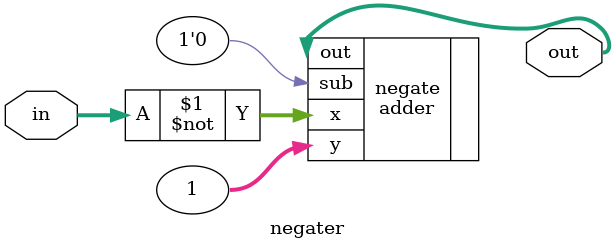
<source format=v>
module multdiv(data_operandA, data_operandB, ctrl_MULT, ctrl_DIV, clock, data_result, data_exception, data_resultRDY);
    input [31:0] data_operandA, data_operandB;
    input ctrl_MULT, ctrl_DIV, clock;

    output [31:0] data_result;
    output data_exception, data_resultRDY;

	 wire isMult;
	 wire isDiv;
	 dffe_ref isMult_dff(.q(isMult), .d(ctrl_MULT), .clk(clock), .en(ctrl_MULT | ctrl_DIV), .clr(1'b0));
	 dffe_ref isDiv_dff(.q(isDiv), .d(ctrl_DIV), .clk(clock), .en(ctrl_MULT | ctrl_DIV));
	 
	 wire ovf, zero, mult_rdy, div_rdy, isDivByZero;
	 dffe_ref zero_dff(.q(isDivByZero), .d(zero), .clk(clock), .en(ctrl_DIV));
	 
	 nor isZero(zero, data_operandB[0], data_operandB[1], data_operandB[2], data_operandB[3], data_operandB[4], data_operandB[5], data_operandB[6], data_operandB[7], data_operandB[8], data_operandB[9],
	 data_operandB[10], data_operandB[11], data_operandB[12], data_operandB[13], data_operandB[4], data_operandB[15], data_operandB[16], data_operandB[17], data_operandB[18], data_operandB[19],
	 data_operandB[20], data_operandB[21], data_operandB[22], data_operandB[23], data_operandB[24], data_operandB[25], data_operandB[26], data_operandB[27], data_operandB[28], data_operandB[29],
	 data_operandB[30], data_operandB[31]);
	 
	 wire [31:0] mult_result, div_result_pos;
	 multiplier mult(.multplcd(data_operandA), .multplr(data_operandB), .start(ctrl_MULT), .clk(clock), .F_READY(mult_rdy), .overflow(ovf), .result(mult_result));
	
	 wire [31:0] data_operandA_div, data_operandB_div, data_operandA_neg, data_operandB_neg;
	 negater neg_A(data_operandA, data_operandA_neg);
	 negater neg_B(data_operandB, data_operandB_neg);
	 mux_2to1_32bit mux_div_A(.a(data_operandA), .b(data_operandA_neg), .sel(data_operandA[31]), .out(data_operandA_div));
	 mux_2to1_32bit mux_div_B(.a(data_operandB), .b(data_operandB_neg), .sel(data_operandB[31]), .out(data_operandB_div));
	 
	 divider div(.divisor(data_operandB_div), .dividend(data_operandA_div), .start(ctrl_DIV), .clk(clock), .F_READY(div_rdy), .result(div_result_pos));
	 wire [31:0] div_result_neg, div_result, div_result_final;
	 negater neg_div_result(div_result_pos, div_result_neg);
	 wire div_result_sign, div_result_sign_final;
	 xor div_sign(div_result_sign, data_operandA[31], data_operandB[31]);
	 dffe_ref div_sign_dff(.q(div_result_sign_final), .d(div_result_sign), .clk(clock), .en(ctrl_DIV));
	 mux_2to1_32bit mux_div_res(.a(div_result_pos), .b(div_result_neg), .sel(div_result_sign_final), .out(div_result));
	 mux_2to1_32bit mux_div_res_zero(.a(div_result), .b(32'b0), .sel(isDivByZero), .out(div_result_final));

	 wire data_resultRDY_intermediate;
	 mux_2to1_32bit mux_result(.a(div_result_final), .b(mult_result), .sel(isMult), .out(data_result));
	 mux_2to1_1bit mux_rdy(.a(div_rdy), .b(mult_rdy), .sel(isMult), .out(data_resultRDY_intermediate));
	 assign data_resultRDY = (isMult | isDiv) ? (data_resultRDY_intermediate) : (1'b0);
	 assign data_exception = (isMult & ovf) | (isDiv & zero);
	 
endmodule

module mux_2to1_32bit(a, b, sel, out);
	
	input [31:0] a, b;
	input sel;
	output [31:0] out;
	
	genvar i;
	generate
		for (i=0; i<32; i=i+1) begin: mux_32
			mux_2to1_1bit mux_bitwise(.a(a[i]), .b(b[i]), .sel(sel), .out(out[i]));
		end
	endgenerate

endmodule

module multiplier(multplcd, multplr, start, clk, F_READY, overflow, result);
	
	input [31:0] multplcd, multplr;
	input start, clk;
	output F_READY, overflow;
	output [31:0] result;
	
	wire [31:0] wprod_1_in_after_mux;
	wire [31:0] wprod_2_in_beforeshift;
	wire [31:0] wprod_1_in, wprod_2_in;
	wire [31:0] wprod_1_out, wprod_2_out;
	
	// read in the values
	wire [31:0] multplcd_readout;
	reg_32 multplcd_readin(.in(multplcd), .out(multplcd_readout), .write_enable(start), .clk(clk), .reset(1'b0));
	
	wire same_sign;
	dffe_ref ovf_shift_same_sign(.q(same_sign), .d((multplcd[31] & multplr[31]) | ((~multplcd[31]) & (~multplr[31]))), .clk(clk), .en(start), .clr(1'b0));
	
	wire isZero_multiplicand, isZero_multiplier;
	wire isZero_multiplicand_in, isZero_multiplier_in;
	
	nor zero_cand(isZero_multiplicand_in, multplcd[0], multplcd[1], multplcd[2], multplcd[3], multplcd[4], multplcd[5], multplcd[6], multplcd[7], multplcd[8], multplcd[9],
	 multplcd[10], multplcd[11], multplcd[12], multplcd[13], multplcd[4], multplcd[15], multplcd[16], multplcd[17], multplcd[18], multplcd[19],
	 multplcd[20], multplcd[21], multplcd[22], multplcd[23], multplcd[24], multplcd[25], multplcd[26], multplcd[27], multplcd[28], multplcd[29],
	 multplcd[30], multplcd[31]);
	 
	 nor zero_plier(isZero_multiplier_in, multplr[0], multplr[1], multplr[2], multplr[3], multplr[4], multplr[5], multplr[6], multplr[7], multplr[8], multplr[9],
	 multplr[10], multplr[11], multplr[12], multplr[13], multplr[4], multplr[15], multplr[16], multplr[17], multplr[18], multplr[19],
	 multplr[20], multplr[21], multplr[22], multplr[23], multplr[24], multplr[25], multplr[26], multplr[27], multplr[28], multplr[29],
	 multplr[30], multplr[31]);
	 
	 dffe_ref zero_dff_cand(.q(isZero_multiplicand), .d(isZero_multiplicand_in), .clk(clk), .en(start), .clr(1'b0));
	 dffe_ref zero_dff_lier(.q(isZero_multiplier), .d(isZero_multiplier_in), .clk(clk), .en(start), .clr(1'b0));
	
	// choose between initial value and intermediate value
	// wire [31:0] wprod_1_in_after_mux;
	mux_2to1_32bit mux_readin(.a(wprod_1_in), .b(multplr), .sel(start), .out(wprod_1_in_after_mux));
	
	reg_32 product_1(.in(wprod_1_in_after_mux), .out(wprod_1_out), .write_enable(1'b1), .clk(clk), .reset(1'b0));
	reg_32 product_2(.in(wprod_2_in), .out(wprod_2_out), .write_enable(1'b1), .clk(clk), .reset(start));
	
	wire isShift;
	
	wire signed [31:0] wmultiplcd, wmultiplcd_shifted;
	assign wmultiplcd = multplcd_readout;
	assign wmultiplcd_shifted = multplcd_readout<<1;
	
	wire overflow_shift, overflow_shift_temp;
	dffe_ref ovf_shift_dff(.q(overflow_shift), .d(1'b1), .clk(clk), .en(overflow_shift_temp), .clr(start));
	assign overflow_shift_temp = isShift & ((wmultiplcd[31] & (~wmultiplcd_shifted[31])) | ((~wmultiplcd[31]) & wmultiplcd_shifted[31]));
	
	// choose between multiplicand and shifted multiplicand
	wire [31:0] addsub_operand1_pos;

	mux_2to1_32bit mux_shift_multiplcd(.a(wmultiplcd), .b(wmultiplcd_shifted), .sel(isShift), .out(addsub_operand1_pos));
	
	// choose between neg and pos operand
	wire [31:0] addsub_operand1_neg, addsub_operand1;
	wire isSub;
	assign addsub_operand1_neg = ~addsub_operand1_pos;
	mux_2to1_32bit mux_sign(.a(addsub_operand1_pos), .b(addsub_operand1_neg), .sel(isSub), .out(addsub_operand1));
	
	// add/sub
	wire [31:0] addsub_result;
	adder addsub(.x(wprod_2_out), .y(addsub_operand1), .sub(isSub), .out(addsub_result));
	
	wire overflow_addsub, overflow_addsub_temp;
	dffe_ref ovf_addsub_dff(.q(overflow_addsub), .d(1'b1), .clk(clk), .en(overflow_addsub_temp), .clr(start));
	
	// choose between addsub and unchanged result
	wire isUnChange;
	mux_2to1_32bit mux_change(.a(addsub_result), .b(wprod_2_out), .sel(isUnChange), .out(wprod_2_in_beforeshift));

	assign overflow_addsub_temp = (~isUnChange) & ((isSub & (((~wprod_2_out[31]) & addsub_operand1_pos[31] & addsub_result[31]) | (wprod_2_out[31] & (~addsub_operand1_pos[31]) & (~addsub_result[31])))) |
	((~isSub) & (((~wprod_2_out[31]) & (~addsub_operand1_pos[31]) & addsub_result[31]) | (wprod_2_out[31] & addsub_operand1_pos[31] & (~addsub_result[31])))));
	
	wire isZero_result;
	 nor zero_result(isZero_result, result[0], result[1], result[2], result[3], result[4], result[5], result[6], result[7], result[8], result[9],
	 result[10], result[11], result[12], result[13], result[4], result[15], result[16], result[17], result[18], result[19],
	 result[20], result[21], result[22], result[23], result[24], result[25], result[26], result[27], result[28], result[29],
	 result[30], result[31]);
	
	assign overflow = overflow_addsub | overflow_shift | (((same_sign & result[31] & F_READY) | ((~same_sign) & (~result[31]) & F_READY)) & (~isZero_multiplicand) & (~isZero_multiplier)) | (same_sign & (multplcd_readout[31]) & isZero_result & F_READY) ;
	
	// shift
	wire signed [63:0] beforeshift, aftershift;
	assign beforeshift[31:0] = wprod_1_out;
	assign beforeshift[63:32] = wprod_2_in_beforeshift;
	assign aftershift = beforeshift>>>2;
	assign wprod_1_in = aftershift[31:0];
	assign wprod_2_in = aftershift[63:32];
	
	// control
	wire bit1, bit0;
	wire helper;
	dffe_ref helper_bit(.q(helper), .d(wprod_1_out[1]), .clk(clk), .en(1'b1), .clr(start));
	assign bit1 = wprod_1_out[1];
	assign bit0 = wprod_1_out[0];
	
	assign isUnChange = ((~bit1) & (~bit0) & (~helper)) | (bit1 & bit0 & helper);
	assign isSub = (bit1) & (((~bit0) & (~helper)) | ((bit0) & (~helper)) | ((~bit0) & (helper)));
	assign isShift = ((bit1) & (~bit0) & (~helper)) | ((~bit1) & (bit0) & (helper));
	
	// counter
	counter_5 counter(.reset(start), .clk(clk), .F_READY(F_READY));
	assign result = wprod_1_out;
	
endmodule

module divider(divisor, dividend, start, clk, F_READY, result);
	
	input [31:0] divisor, dividend;
	input start, clk;
	output F_READY;
	output [31:0] result;
	
	
	wire [31:0] divisor_readout;
	// read in the values, assume positive here
	
	// read in divisor
	reg_32 divisor_readin(.in(divisor), .out(divisor_readout), .write_enable(start), .clk(clk), .reset(1'b0));
	
	// read in dividend
	wire [31:0] quotient_in_imm, quotient_in, quotient_out, remainder_in;
	wire [31:0] remainder_out;
	mux_2to1_32bit mux_initialize_dividend(.a(quotient_in_imm), .b(dividend), .sel(start), .out(quotient_in));
	reg_32 quotient(.in(quotient_in), .out(quotient_out), .write_enable(1'b1), .clk(clk), .reset(1'b0));
	reg_32 remainder(.in(remainder_in), .out(remainder_out), .write_enable(1'b1), .clk(clk), .reset(start));
	
	// sub
	wire [31:0] sub_operand2, sub_result, remainder_before_shift;
	assign sub_operand2 = ~divisor_readout;
	adder subtractor(.x(remainder_out), .y(sub_operand2), .sub(1'b1), .out(sub_result));
	
	mux_2to1_32bit mux_sub(.a(sub_result), .b(remainder_out), .sel(sub_result[31]), .out(remainder_before_shift));
	
	wire [63:0] remainder_reg_before_shift, remainder_reg_after_shift;
	assign remainder_reg_before_shift[63:32] = remainder_before_shift;
	assign remainder_reg_before_shift[31:0] = quotient_out;
	assign remainder_reg_after_shift = remainder_reg_before_shift<<1;
	assign remainder_in = remainder_reg_after_shift[63:32];
	assign quotient_in_imm[31:1] = remainder_reg_after_shift[31:1];
	assign quotient_in_imm[0] = ~sub_result[31];
	
	assign result = quotient_out;
	
	counter_6 counter(.reset(start), .clk(clk), .F_READY(F_READY));
	
endmodule

module counter_5(reset, clk, F_READY);
	
	input reset, clk;
	output F_READY;
	
	wire q0;
	wire nq0;
	not not0(nq0, q0);
	dffe_ref dff0(.q(q0), .d(nq0), .clk(clk), .en(1'b1), .clr(reset));
	
	wire q1;
	wire nq1;
	not not1(nq1, q1);
	dffe_ref dff1(.q(q1), .d(nq1), .clk(nq0), .en(1'b1), .clr(reset));
	
	wire q2;
	wire nq2;
	not not2(nq2, q2);
	dffe_ref dff2(.q(q2), .d(nq2), .clk(nq1), .en(1'b1), .clr(reset));
	
	wire q3;
	wire nq3;
	not not3(nq3, q3);
	dffe_ref dff3(.q(q3), .d(nq3), .clk(nq2), .en(1'b1), .clr(reset));
	
	wire q4;
	wire nq4;
	not not4(nq4, q4);
	dffe_ref dff4(.q(q4), .d(nq4), .clk(nq3), .en(1'b1), .clr(reset));
	
	and res(F_READY, ~q0, ~q1, ~q2, ~q3, q4);

endmodule

module counter_6(reset, clk, F_READY);
	
	input reset, clk;
	output F_READY;
	
	wire q0;
	wire nq0;
	not not0(nq0, q0);
	dffe_ref dff0(.q(q0), .d(nq0), .clk(clk), .en(1'b1), .clr(reset));
	
	wire q1;
	wire nq1;
	not not1(nq1, q1);
	dffe_ref dff1(.q(q1), .d(nq1), .clk(nq0), .en(1'b1), .clr(reset));
	
	wire q2;
	wire nq2;
	not not2(nq2, q2);
	dffe_ref dff2(.q(q2), .d(nq2), .clk(nq1), .en(1'b1), .clr(reset));
	
	wire q3;
	wire nq3;
	not not3(nq3, q3);
	dffe_ref dff3(.q(q3), .d(nq3), .clk(nq2), .en(1'b1), .clr(reset));
	
	wire q4;
	wire nq4;
	not not4(nq4, q4);
	dffe_ref dff4(.q(q4), .d(nq4), .clk(nq3), .en(1'b1), .clr(reset));
	
	wire q5;
	wire nq5;
	not not5(nq5, q5);
	dffe_ref dff5(.q(q5), .d(nq5), .clk(nq4), .en(1'b1), .clr(reset));
	
	and res(F_READY, q0, ~q1, ~q2, ~q3, ~q4, q5);

endmodule

module negater(in, out);

	input [31:0] in;
	output [31:0] out;
	
	adder negate(.x(~in), .y(32'b1), .out(out), .sub(1'b0));

endmodule
</source>
